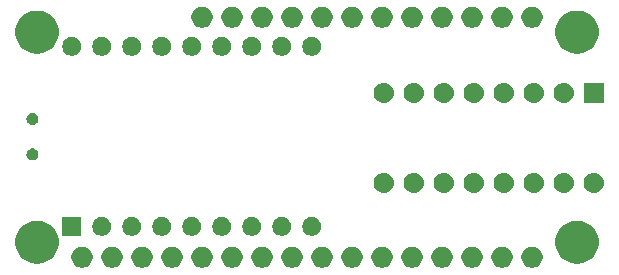
<source format=gbr>
G04 #@! TF.GenerationSoftware,KiCad,Pcbnew,(5.1.2)-1*
G04 #@! TF.CreationDate,2019-07-17T11:07:15+10:00*
G04 #@! TF.ProjectId,7seg-dip-wing,37736567-2d64-4697-902d-77696e672e6b,rev?*
G04 #@! TF.SameCoordinates,Original*
G04 #@! TF.FileFunction,Soldermask,Top*
G04 #@! TF.FilePolarity,Negative*
%FSLAX46Y46*%
G04 Gerber Fmt 4.6, Leading zero omitted, Abs format (unit mm)*
G04 Created by KiCad (PCBNEW (5.1.2)-1) date 2019-07-17 11:07:15*
%MOMM*%
%LPD*%
G04 APERTURE LIST*
%ADD10C,0.100000*%
G04 APERTURE END LIST*
D10*
G36*
X54422113Y-68318928D02*
G01*
X54571413Y-68348625D01*
X54735385Y-68416545D01*
X54882955Y-68515148D01*
X55008454Y-68640647D01*
X55107057Y-68788217D01*
X55174977Y-68952189D01*
X55209601Y-69126260D01*
X55209601Y-69303742D01*
X55174977Y-69477813D01*
X55107057Y-69641785D01*
X55008454Y-69789355D01*
X54882955Y-69914854D01*
X54735385Y-70013457D01*
X54571413Y-70081377D01*
X54422113Y-70111074D01*
X54397343Y-70116001D01*
X54219859Y-70116001D01*
X54195089Y-70111074D01*
X54045789Y-70081377D01*
X53881817Y-70013457D01*
X53734247Y-69914854D01*
X53608748Y-69789355D01*
X53510145Y-69641785D01*
X53442225Y-69477813D01*
X53407601Y-69303742D01*
X53407601Y-69126260D01*
X53442225Y-68952189D01*
X53510145Y-68788217D01*
X53608748Y-68640647D01*
X53734247Y-68515148D01*
X53881817Y-68416545D01*
X54045789Y-68348625D01*
X54195089Y-68318928D01*
X54219859Y-68314001D01*
X54397343Y-68314001D01*
X54422113Y-68318928D01*
X54422113Y-68318928D01*
G37*
G36*
X72202113Y-68318928D02*
G01*
X72351413Y-68348625D01*
X72515385Y-68416545D01*
X72662955Y-68515148D01*
X72788454Y-68640647D01*
X72887057Y-68788217D01*
X72954977Y-68952189D01*
X72989601Y-69126260D01*
X72989601Y-69303742D01*
X72954977Y-69477813D01*
X72887057Y-69641785D01*
X72788454Y-69789355D01*
X72662955Y-69914854D01*
X72515385Y-70013457D01*
X72351413Y-70081377D01*
X72202113Y-70111074D01*
X72177343Y-70116001D01*
X71999859Y-70116001D01*
X71975089Y-70111074D01*
X71825789Y-70081377D01*
X71661817Y-70013457D01*
X71514247Y-69914854D01*
X71388748Y-69789355D01*
X71290145Y-69641785D01*
X71222225Y-69477813D01*
X71187601Y-69303742D01*
X71187601Y-69126260D01*
X71222225Y-68952189D01*
X71290145Y-68788217D01*
X71388748Y-68640647D01*
X71514247Y-68515148D01*
X71661817Y-68416545D01*
X71825789Y-68348625D01*
X71975089Y-68318928D01*
X71999859Y-68314001D01*
X72177343Y-68314001D01*
X72202113Y-68318928D01*
X72202113Y-68318928D01*
G37*
G36*
X74742113Y-68318928D02*
G01*
X74891413Y-68348625D01*
X75055385Y-68416545D01*
X75202955Y-68515148D01*
X75328454Y-68640647D01*
X75427057Y-68788217D01*
X75494977Y-68952189D01*
X75529601Y-69126260D01*
X75529601Y-69303742D01*
X75494977Y-69477813D01*
X75427057Y-69641785D01*
X75328454Y-69789355D01*
X75202955Y-69914854D01*
X75055385Y-70013457D01*
X74891413Y-70081377D01*
X74742113Y-70111074D01*
X74717343Y-70116001D01*
X74539859Y-70116001D01*
X74515089Y-70111074D01*
X74365789Y-70081377D01*
X74201817Y-70013457D01*
X74054247Y-69914854D01*
X73928748Y-69789355D01*
X73830145Y-69641785D01*
X73762225Y-69477813D01*
X73727601Y-69303742D01*
X73727601Y-69126260D01*
X73762225Y-68952189D01*
X73830145Y-68788217D01*
X73928748Y-68640647D01*
X74054247Y-68515148D01*
X74201817Y-68416545D01*
X74365789Y-68348625D01*
X74515089Y-68318928D01*
X74539859Y-68314001D01*
X74717343Y-68314001D01*
X74742113Y-68318928D01*
X74742113Y-68318928D01*
G37*
G36*
X77282113Y-68318928D02*
G01*
X77431413Y-68348625D01*
X77595385Y-68416545D01*
X77742955Y-68515148D01*
X77868454Y-68640647D01*
X77967057Y-68788217D01*
X78034977Y-68952189D01*
X78069601Y-69126260D01*
X78069601Y-69303742D01*
X78034977Y-69477813D01*
X77967057Y-69641785D01*
X77868454Y-69789355D01*
X77742955Y-69914854D01*
X77595385Y-70013457D01*
X77431413Y-70081377D01*
X77282113Y-70111074D01*
X77257343Y-70116001D01*
X77079859Y-70116001D01*
X77055089Y-70111074D01*
X76905789Y-70081377D01*
X76741817Y-70013457D01*
X76594247Y-69914854D01*
X76468748Y-69789355D01*
X76370145Y-69641785D01*
X76302225Y-69477813D01*
X76267601Y-69303742D01*
X76267601Y-69126260D01*
X76302225Y-68952189D01*
X76370145Y-68788217D01*
X76468748Y-68640647D01*
X76594247Y-68515148D01*
X76741817Y-68416545D01*
X76905789Y-68348625D01*
X77055089Y-68318928D01*
X77079859Y-68314001D01*
X77257343Y-68314001D01*
X77282113Y-68318928D01*
X77282113Y-68318928D01*
G37*
G36*
X79822113Y-68318928D02*
G01*
X79971413Y-68348625D01*
X80135385Y-68416545D01*
X80282955Y-68515148D01*
X80408454Y-68640647D01*
X80507057Y-68788217D01*
X80574977Y-68952189D01*
X80609601Y-69126260D01*
X80609601Y-69303742D01*
X80574977Y-69477813D01*
X80507057Y-69641785D01*
X80408454Y-69789355D01*
X80282955Y-69914854D01*
X80135385Y-70013457D01*
X79971413Y-70081377D01*
X79822113Y-70111074D01*
X79797343Y-70116001D01*
X79619859Y-70116001D01*
X79595089Y-70111074D01*
X79445789Y-70081377D01*
X79281817Y-70013457D01*
X79134247Y-69914854D01*
X79008748Y-69789355D01*
X78910145Y-69641785D01*
X78842225Y-69477813D01*
X78807601Y-69303742D01*
X78807601Y-69126260D01*
X78842225Y-68952189D01*
X78910145Y-68788217D01*
X79008748Y-68640647D01*
X79134247Y-68515148D01*
X79281817Y-68416545D01*
X79445789Y-68348625D01*
X79595089Y-68318928D01*
X79619859Y-68314001D01*
X79797343Y-68314001D01*
X79822113Y-68318928D01*
X79822113Y-68318928D01*
G37*
G36*
X82362113Y-68318928D02*
G01*
X82511413Y-68348625D01*
X82675385Y-68416545D01*
X82822955Y-68515148D01*
X82948454Y-68640647D01*
X83047057Y-68788217D01*
X83114977Y-68952189D01*
X83149601Y-69126260D01*
X83149601Y-69303742D01*
X83114977Y-69477813D01*
X83047057Y-69641785D01*
X82948454Y-69789355D01*
X82822955Y-69914854D01*
X82675385Y-70013457D01*
X82511413Y-70081377D01*
X82362113Y-70111074D01*
X82337343Y-70116001D01*
X82159859Y-70116001D01*
X82135089Y-70111074D01*
X81985789Y-70081377D01*
X81821817Y-70013457D01*
X81674247Y-69914854D01*
X81548748Y-69789355D01*
X81450145Y-69641785D01*
X81382225Y-69477813D01*
X81347601Y-69303742D01*
X81347601Y-69126260D01*
X81382225Y-68952189D01*
X81450145Y-68788217D01*
X81548748Y-68640647D01*
X81674247Y-68515148D01*
X81821817Y-68416545D01*
X81985789Y-68348625D01*
X82135089Y-68318928D01*
X82159859Y-68314001D01*
X82337343Y-68314001D01*
X82362113Y-68318928D01*
X82362113Y-68318928D01*
G37*
G36*
X84902113Y-68318928D02*
G01*
X85051413Y-68348625D01*
X85215385Y-68416545D01*
X85362955Y-68515148D01*
X85488454Y-68640647D01*
X85587057Y-68788217D01*
X85654977Y-68952189D01*
X85689601Y-69126260D01*
X85689601Y-69303742D01*
X85654977Y-69477813D01*
X85587057Y-69641785D01*
X85488454Y-69789355D01*
X85362955Y-69914854D01*
X85215385Y-70013457D01*
X85051413Y-70081377D01*
X84902113Y-70111074D01*
X84877343Y-70116001D01*
X84699859Y-70116001D01*
X84675089Y-70111074D01*
X84525789Y-70081377D01*
X84361817Y-70013457D01*
X84214247Y-69914854D01*
X84088748Y-69789355D01*
X83990145Y-69641785D01*
X83922225Y-69477813D01*
X83887601Y-69303742D01*
X83887601Y-69126260D01*
X83922225Y-68952189D01*
X83990145Y-68788217D01*
X84088748Y-68640647D01*
X84214247Y-68515148D01*
X84361817Y-68416545D01*
X84525789Y-68348625D01*
X84675089Y-68318928D01*
X84699859Y-68314001D01*
X84877343Y-68314001D01*
X84902113Y-68318928D01*
X84902113Y-68318928D01*
G37*
G36*
X51882113Y-68318928D02*
G01*
X52031413Y-68348625D01*
X52195385Y-68416545D01*
X52342955Y-68515148D01*
X52468454Y-68640647D01*
X52567057Y-68788217D01*
X52634977Y-68952189D01*
X52669601Y-69126260D01*
X52669601Y-69303742D01*
X52634977Y-69477813D01*
X52567057Y-69641785D01*
X52468454Y-69789355D01*
X52342955Y-69914854D01*
X52195385Y-70013457D01*
X52031413Y-70081377D01*
X51882113Y-70111074D01*
X51857343Y-70116001D01*
X51679859Y-70116001D01*
X51655089Y-70111074D01*
X51505789Y-70081377D01*
X51341817Y-70013457D01*
X51194247Y-69914854D01*
X51068748Y-69789355D01*
X50970145Y-69641785D01*
X50902225Y-69477813D01*
X50867601Y-69303742D01*
X50867601Y-69126260D01*
X50902225Y-68952189D01*
X50970145Y-68788217D01*
X51068748Y-68640647D01*
X51194247Y-68515148D01*
X51341817Y-68416545D01*
X51505789Y-68348625D01*
X51655089Y-68318928D01*
X51679859Y-68314001D01*
X51857343Y-68314001D01*
X51882113Y-68318928D01*
X51882113Y-68318928D01*
G37*
G36*
X87442113Y-68318928D02*
G01*
X87591413Y-68348625D01*
X87755385Y-68416545D01*
X87902955Y-68515148D01*
X88028454Y-68640647D01*
X88127057Y-68788217D01*
X88194977Y-68952189D01*
X88229601Y-69126260D01*
X88229601Y-69303742D01*
X88194977Y-69477813D01*
X88127057Y-69641785D01*
X88028454Y-69789355D01*
X87902955Y-69914854D01*
X87755385Y-70013457D01*
X87591413Y-70081377D01*
X87442113Y-70111074D01*
X87417343Y-70116001D01*
X87239859Y-70116001D01*
X87215089Y-70111074D01*
X87065789Y-70081377D01*
X86901817Y-70013457D01*
X86754247Y-69914854D01*
X86628748Y-69789355D01*
X86530145Y-69641785D01*
X86462225Y-69477813D01*
X86427601Y-69303742D01*
X86427601Y-69126260D01*
X86462225Y-68952189D01*
X86530145Y-68788217D01*
X86628748Y-68640647D01*
X86754247Y-68515148D01*
X86901817Y-68416545D01*
X87065789Y-68348625D01*
X87215089Y-68318928D01*
X87239859Y-68314001D01*
X87417343Y-68314001D01*
X87442113Y-68318928D01*
X87442113Y-68318928D01*
G37*
G36*
X67122113Y-68318928D02*
G01*
X67271413Y-68348625D01*
X67435385Y-68416545D01*
X67582955Y-68515148D01*
X67708454Y-68640647D01*
X67807057Y-68788217D01*
X67874977Y-68952189D01*
X67909601Y-69126260D01*
X67909601Y-69303742D01*
X67874977Y-69477813D01*
X67807057Y-69641785D01*
X67708454Y-69789355D01*
X67582955Y-69914854D01*
X67435385Y-70013457D01*
X67271413Y-70081377D01*
X67122113Y-70111074D01*
X67097343Y-70116001D01*
X66919859Y-70116001D01*
X66895089Y-70111074D01*
X66745789Y-70081377D01*
X66581817Y-70013457D01*
X66434247Y-69914854D01*
X66308748Y-69789355D01*
X66210145Y-69641785D01*
X66142225Y-69477813D01*
X66107601Y-69303742D01*
X66107601Y-69126260D01*
X66142225Y-68952189D01*
X66210145Y-68788217D01*
X66308748Y-68640647D01*
X66434247Y-68515148D01*
X66581817Y-68416545D01*
X66745789Y-68348625D01*
X66895089Y-68318928D01*
X66919859Y-68314001D01*
X67097343Y-68314001D01*
X67122113Y-68318928D01*
X67122113Y-68318928D01*
G37*
G36*
X64582113Y-68318928D02*
G01*
X64731413Y-68348625D01*
X64895385Y-68416545D01*
X65042955Y-68515148D01*
X65168454Y-68640647D01*
X65267057Y-68788217D01*
X65334977Y-68952189D01*
X65369601Y-69126260D01*
X65369601Y-69303742D01*
X65334977Y-69477813D01*
X65267057Y-69641785D01*
X65168454Y-69789355D01*
X65042955Y-69914854D01*
X64895385Y-70013457D01*
X64731413Y-70081377D01*
X64582113Y-70111074D01*
X64557343Y-70116001D01*
X64379859Y-70116001D01*
X64355089Y-70111074D01*
X64205789Y-70081377D01*
X64041817Y-70013457D01*
X63894247Y-69914854D01*
X63768748Y-69789355D01*
X63670145Y-69641785D01*
X63602225Y-69477813D01*
X63567601Y-69303742D01*
X63567601Y-69126260D01*
X63602225Y-68952189D01*
X63670145Y-68788217D01*
X63768748Y-68640647D01*
X63894247Y-68515148D01*
X64041817Y-68416545D01*
X64205789Y-68348625D01*
X64355089Y-68318928D01*
X64379859Y-68314001D01*
X64557343Y-68314001D01*
X64582113Y-68318928D01*
X64582113Y-68318928D01*
G37*
G36*
X62042113Y-68318928D02*
G01*
X62191413Y-68348625D01*
X62355385Y-68416545D01*
X62502955Y-68515148D01*
X62628454Y-68640647D01*
X62727057Y-68788217D01*
X62794977Y-68952189D01*
X62829601Y-69126260D01*
X62829601Y-69303742D01*
X62794977Y-69477813D01*
X62727057Y-69641785D01*
X62628454Y-69789355D01*
X62502955Y-69914854D01*
X62355385Y-70013457D01*
X62191413Y-70081377D01*
X62042113Y-70111074D01*
X62017343Y-70116001D01*
X61839859Y-70116001D01*
X61815089Y-70111074D01*
X61665789Y-70081377D01*
X61501817Y-70013457D01*
X61354247Y-69914854D01*
X61228748Y-69789355D01*
X61130145Y-69641785D01*
X61062225Y-69477813D01*
X61027601Y-69303742D01*
X61027601Y-69126260D01*
X61062225Y-68952189D01*
X61130145Y-68788217D01*
X61228748Y-68640647D01*
X61354247Y-68515148D01*
X61501817Y-68416545D01*
X61665789Y-68348625D01*
X61815089Y-68318928D01*
X61839859Y-68314001D01*
X62017343Y-68314001D01*
X62042113Y-68318928D01*
X62042113Y-68318928D01*
G37*
G36*
X59502113Y-68318928D02*
G01*
X59651413Y-68348625D01*
X59815385Y-68416545D01*
X59962955Y-68515148D01*
X60088454Y-68640647D01*
X60187057Y-68788217D01*
X60254977Y-68952189D01*
X60289601Y-69126260D01*
X60289601Y-69303742D01*
X60254977Y-69477813D01*
X60187057Y-69641785D01*
X60088454Y-69789355D01*
X59962955Y-69914854D01*
X59815385Y-70013457D01*
X59651413Y-70081377D01*
X59502113Y-70111074D01*
X59477343Y-70116001D01*
X59299859Y-70116001D01*
X59275089Y-70111074D01*
X59125789Y-70081377D01*
X58961817Y-70013457D01*
X58814247Y-69914854D01*
X58688748Y-69789355D01*
X58590145Y-69641785D01*
X58522225Y-69477813D01*
X58487601Y-69303742D01*
X58487601Y-69126260D01*
X58522225Y-68952189D01*
X58590145Y-68788217D01*
X58688748Y-68640647D01*
X58814247Y-68515148D01*
X58961817Y-68416545D01*
X59125789Y-68348625D01*
X59275089Y-68318928D01*
X59299859Y-68314001D01*
X59477343Y-68314001D01*
X59502113Y-68318928D01*
X59502113Y-68318928D01*
G37*
G36*
X56962113Y-68318928D02*
G01*
X57111413Y-68348625D01*
X57275385Y-68416545D01*
X57422955Y-68515148D01*
X57548454Y-68640647D01*
X57647057Y-68788217D01*
X57714977Y-68952189D01*
X57749601Y-69126260D01*
X57749601Y-69303742D01*
X57714977Y-69477813D01*
X57647057Y-69641785D01*
X57548454Y-69789355D01*
X57422955Y-69914854D01*
X57275385Y-70013457D01*
X57111413Y-70081377D01*
X56962113Y-70111074D01*
X56937343Y-70116001D01*
X56759859Y-70116001D01*
X56735089Y-70111074D01*
X56585789Y-70081377D01*
X56421817Y-70013457D01*
X56274247Y-69914854D01*
X56148748Y-69789355D01*
X56050145Y-69641785D01*
X55982225Y-69477813D01*
X55947601Y-69303742D01*
X55947601Y-69126260D01*
X55982225Y-68952189D01*
X56050145Y-68788217D01*
X56148748Y-68640647D01*
X56274247Y-68515148D01*
X56421817Y-68416545D01*
X56585789Y-68348625D01*
X56735089Y-68318928D01*
X56759859Y-68314001D01*
X56937343Y-68314001D01*
X56962113Y-68318928D01*
X56962113Y-68318928D01*
G37*
G36*
X89982113Y-68318928D02*
G01*
X90131413Y-68348625D01*
X90295385Y-68416545D01*
X90442955Y-68515148D01*
X90568454Y-68640647D01*
X90667057Y-68788217D01*
X90734977Y-68952189D01*
X90769601Y-69126260D01*
X90769601Y-69303742D01*
X90734977Y-69477813D01*
X90667057Y-69641785D01*
X90568454Y-69789355D01*
X90442955Y-69914854D01*
X90295385Y-70013457D01*
X90131413Y-70081377D01*
X89982113Y-70111074D01*
X89957343Y-70116001D01*
X89779859Y-70116001D01*
X89755089Y-70111074D01*
X89605789Y-70081377D01*
X89441817Y-70013457D01*
X89294247Y-69914854D01*
X89168748Y-69789355D01*
X89070145Y-69641785D01*
X89002225Y-69477813D01*
X88967601Y-69303742D01*
X88967601Y-69126260D01*
X89002225Y-68952189D01*
X89070145Y-68788217D01*
X89168748Y-68640647D01*
X89294247Y-68515148D01*
X89441817Y-68416545D01*
X89605789Y-68348625D01*
X89755089Y-68318928D01*
X89779859Y-68314001D01*
X89957343Y-68314001D01*
X89982113Y-68318928D01*
X89982113Y-68318928D01*
G37*
G36*
X69662113Y-68318928D02*
G01*
X69811413Y-68348625D01*
X69975385Y-68416545D01*
X70122955Y-68515148D01*
X70248454Y-68640647D01*
X70347057Y-68788217D01*
X70414977Y-68952189D01*
X70449601Y-69126260D01*
X70449601Y-69303742D01*
X70414977Y-69477813D01*
X70347057Y-69641785D01*
X70248454Y-69789355D01*
X70122955Y-69914854D01*
X69975385Y-70013457D01*
X69811413Y-70081377D01*
X69662113Y-70111074D01*
X69637343Y-70116001D01*
X69459859Y-70116001D01*
X69435089Y-70111074D01*
X69285789Y-70081377D01*
X69121817Y-70013457D01*
X68974247Y-69914854D01*
X68848748Y-69789355D01*
X68750145Y-69641785D01*
X68682225Y-69477813D01*
X68647601Y-69303742D01*
X68647601Y-69126260D01*
X68682225Y-68952189D01*
X68750145Y-68788217D01*
X68848748Y-68640647D01*
X68974247Y-68515148D01*
X69121817Y-68416545D01*
X69285789Y-68348625D01*
X69435089Y-68318928D01*
X69459859Y-68314001D01*
X69637343Y-68314001D01*
X69662113Y-68318928D01*
X69662113Y-68318928D01*
G37*
G36*
X48315421Y-66151144D02*
G01*
X48492101Y-66186288D01*
X48574903Y-66220586D01*
X48824956Y-66324161D01*
X48888108Y-66366358D01*
X49124521Y-66524324D01*
X49379278Y-66779081D01*
X49379279Y-66779083D01*
X49579441Y-67078646D01*
X49717314Y-67411502D01*
X49787601Y-67764859D01*
X49787601Y-68125143D01*
X49717314Y-68478500D01*
X49579441Y-68811356D01*
X49579440Y-68811357D01*
X49379278Y-69110921D01*
X49124521Y-69365678D01*
X48973721Y-69466439D01*
X48824956Y-69565841D01*
X48641615Y-69641783D01*
X48492101Y-69703714D01*
X48315422Y-69738857D01*
X48138743Y-69774001D01*
X47778459Y-69774001D01*
X47601780Y-69738857D01*
X47425101Y-69703714D01*
X47275587Y-69641783D01*
X47092246Y-69565841D01*
X46943481Y-69466439D01*
X46792681Y-69365678D01*
X46537924Y-69110921D01*
X46337762Y-68811357D01*
X46337761Y-68811356D01*
X46199888Y-68478500D01*
X46129601Y-68125143D01*
X46129601Y-67764859D01*
X46199888Y-67411502D01*
X46337761Y-67078646D01*
X46537923Y-66779083D01*
X46537924Y-66779081D01*
X46792681Y-66524324D01*
X47029094Y-66366358D01*
X47092246Y-66324161D01*
X47342299Y-66220586D01*
X47425101Y-66186288D01*
X47601781Y-66151144D01*
X47778459Y-66116001D01*
X48138743Y-66116001D01*
X48315421Y-66151144D01*
X48315421Y-66151144D01*
G37*
G36*
X94035421Y-66151144D02*
G01*
X94212101Y-66186288D01*
X94294903Y-66220586D01*
X94544956Y-66324161D01*
X94608108Y-66366358D01*
X94844521Y-66524324D01*
X95099278Y-66779081D01*
X95099279Y-66779083D01*
X95299441Y-67078646D01*
X95437314Y-67411502D01*
X95507601Y-67764859D01*
X95507601Y-68125143D01*
X95437314Y-68478500D01*
X95299441Y-68811356D01*
X95299440Y-68811357D01*
X95099278Y-69110921D01*
X94844521Y-69365678D01*
X94693721Y-69466439D01*
X94544956Y-69565841D01*
X94361615Y-69641783D01*
X94212101Y-69703714D01*
X94035422Y-69738857D01*
X93858743Y-69774001D01*
X93498459Y-69774001D01*
X93321780Y-69738857D01*
X93145101Y-69703714D01*
X92995587Y-69641783D01*
X92812246Y-69565841D01*
X92663481Y-69466439D01*
X92512681Y-69365678D01*
X92257924Y-69110921D01*
X92057762Y-68811357D01*
X92057761Y-68811356D01*
X91919888Y-68478500D01*
X91849601Y-68125143D01*
X91849601Y-67764859D01*
X91919888Y-67411502D01*
X92057761Y-67078646D01*
X92257923Y-66779083D01*
X92257924Y-66779081D01*
X92512681Y-66524324D01*
X92749094Y-66366358D01*
X92812246Y-66324161D01*
X93062299Y-66220586D01*
X93145101Y-66186288D01*
X93321781Y-66151144D01*
X93498459Y-66116001D01*
X93858743Y-66116001D01*
X94035421Y-66151144D01*
X94035421Y-66151144D01*
G37*
G36*
X51701000Y-67401000D02*
G01*
X50099000Y-67401000D01*
X50099000Y-65799000D01*
X51701000Y-65799000D01*
X51701000Y-67401000D01*
X51701000Y-67401000D01*
G37*
G36*
X66373642Y-65829781D02*
G01*
X66519414Y-65890162D01*
X66519416Y-65890163D01*
X66650608Y-65977822D01*
X66762178Y-66089392D01*
X66779957Y-66116001D01*
X66849838Y-66220586D01*
X66910219Y-66366358D01*
X66941000Y-66521107D01*
X66941000Y-66678893D01*
X66910219Y-66833642D01*
X66849838Y-66979414D01*
X66849837Y-66979416D01*
X66762178Y-67110608D01*
X66650608Y-67222178D01*
X66519416Y-67309837D01*
X66519415Y-67309838D01*
X66519414Y-67309838D01*
X66373642Y-67370219D01*
X66218893Y-67401000D01*
X66061107Y-67401000D01*
X65906358Y-67370219D01*
X65760586Y-67309838D01*
X65760585Y-67309838D01*
X65760584Y-67309837D01*
X65629392Y-67222178D01*
X65517822Y-67110608D01*
X65430163Y-66979416D01*
X65430162Y-66979414D01*
X65369781Y-66833642D01*
X65339000Y-66678893D01*
X65339000Y-66521107D01*
X65369781Y-66366358D01*
X65430162Y-66220586D01*
X65500043Y-66116001D01*
X65517822Y-66089392D01*
X65629392Y-65977822D01*
X65760584Y-65890163D01*
X65760586Y-65890162D01*
X65906358Y-65829781D01*
X66061107Y-65799000D01*
X66218893Y-65799000D01*
X66373642Y-65829781D01*
X66373642Y-65829781D01*
G37*
G36*
X63833642Y-65829781D02*
G01*
X63979414Y-65890162D01*
X63979416Y-65890163D01*
X64110608Y-65977822D01*
X64222178Y-66089392D01*
X64239957Y-66116001D01*
X64309838Y-66220586D01*
X64370219Y-66366358D01*
X64401000Y-66521107D01*
X64401000Y-66678893D01*
X64370219Y-66833642D01*
X64309838Y-66979414D01*
X64309837Y-66979416D01*
X64222178Y-67110608D01*
X64110608Y-67222178D01*
X63979416Y-67309837D01*
X63979415Y-67309838D01*
X63979414Y-67309838D01*
X63833642Y-67370219D01*
X63678893Y-67401000D01*
X63521107Y-67401000D01*
X63366358Y-67370219D01*
X63220586Y-67309838D01*
X63220585Y-67309838D01*
X63220584Y-67309837D01*
X63089392Y-67222178D01*
X62977822Y-67110608D01*
X62890163Y-66979416D01*
X62890162Y-66979414D01*
X62829781Y-66833642D01*
X62799000Y-66678893D01*
X62799000Y-66521107D01*
X62829781Y-66366358D01*
X62890162Y-66220586D01*
X62960043Y-66116001D01*
X62977822Y-66089392D01*
X63089392Y-65977822D01*
X63220584Y-65890163D01*
X63220586Y-65890162D01*
X63366358Y-65829781D01*
X63521107Y-65799000D01*
X63678893Y-65799000D01*
X63833642Y-65829781D01*
X63833642Y-65829781D01*
G37*
G36*
X61293642Y-65829781D02*
G01*
X61439414Y-65890162D01*
X61439416Y-65890163D01*
X61570608Y-65977822D01*
X61682178Y-66089392D01*
X61699957Y-66116001D01*
X61769838Y-66220586D01*
X61830219Y-66366358D01*
X61861000Y-66521107D01*
X61861000Y-66678893D01*
X61830219Y-66833642D01*
X61769838Y-66979414D01*
X61769837Y-66979416D01*
X61682178Y-67110608D01*
X61570608Y-67222178D01*
X61439416Y-67309837D01*
X61439415Y-67309838D01*
X61439414Y-67309838D01*
X61293642Y-67370219D01*
X61138893Y-67401000D01*
X60981107Y-67401000D01*
X60826358Y-67370219D01*
X60680586Y-67309838D01*
X60680585Y-67309838D01*
X60680584Y-67309837D01*
X60549392Y-67222178D01*
X60437822Y-67110608D01*
X60350163Y-66979416D01*
X60350162Y-66979414D01*
X60289781Y-66833642D01*
X60259000Y-66678893D01*
X60259000Y-66521107D01*
X60289781Y-66366358D01*
X60350162Y-66220586D01*
X60420043Y-66116001D01*
X60437822Y-66089392D01*
X60549392Y-65977822D01*
X60680584Y-65890163D01*
X60680586Y-65890162D01*
X60826358Y-65829781D01*
X60981107Y-65799000D01*
X61138893Y-65799000D01*
X61293642Y-65829781D01*
X61293642Y-65829781D01*
G37*
G36*
X58753642Y-65829781D02*
G01*
X58899414Y-65890162D01*
X58899416Y-65890163D01*
X59030608Y-65977822D01*
X59142178Y-66089392D01*
X59159957Y-66116001D01*
X59229838Y-66220586D01*
X59290219Y-66366358D01*
X59321000Y-66521107D01*
X59321000Y-66678893D01*
X59290219Y-66833642D01*
X59229838Y-66979414D01*
X59229837Y-66979416D01*
X59142178Y-67110608D01*
X59030608Y-67222178D01*
X58899416Y-67309837D01*
X58899415Y-67309838D01*
X58899414Y-67309838D01*
X58753642Y-67370219D01*
X58598893Y-67401000D01*
X58441107Y-67401000D01*
X58286358Y-67370219D01*
X58140586Y-67309838D01*
X58140585Y-67309838D01*
X58140584Y-67309837D01*
X58009392Y-67222178D01*
X57897822Y-67110608D01*
X57810163Y-66979416D01*
X57810162Y-66979414D01*
X57749781Y-66833642D01*
X57719000Y-66678893D01*
X57719000Y-66521107D01*
X57749781Y-66366358D01*
X57810162Y-66220586D01*
X57880043Y-66116001D01*
X57897822Y-66089392D01*
X58009392Y-65977822D01*
X58140584Y-65890163D01*
X58140586Y-65890162D01*
X58286358Y-65829781D01*
X58441107Y-65799000D01*
X58598893Y-65799000D01*
X58753642Y-65829781D01*
X58753642Y-65829781D01*
G37*
G36*
X56213642Y-65829781D02*
G01*
X56359414Y-65890162D01*
X56359416Y-65890163D01*
X56490608Y-65977822D01*
X56602178Y-66089392D01*
X56619957Y-66116001D01*
X56689838Y-66220586D01*
X56750219Y-66366358D01*
X56781000Y-66521107D01*
X56781000Y-66678893D01*
X56750219Y-66833642D01*
X56689838Y-66979414D01*
X56689837Y-66979416D01*
X56602178Y-67110608D01*
X56490608Y-67222178D01*
X56359416Y-67309837D01*
X56359415Y-67309838D01*
X56359414Y-67309838D01*
X56213642Y-67370219D01*
X56058893Y-67401000D01*
X55901107Y-67401000D01*
X55746358Y-67370219D01*
X55600586Y-67309838D01*
X55600585Y-67309838D01*
X55600584Y-67309837D01*
X55469392Y-67222178D01*
X55357822Y-67110608D01*
X55270163Y-66979416D01*
X55270162Y-66979414D01*
X55209781Y-66833642D01*
X55179000Y-66678893D01*
X55179000Y-66521107D01*
X55209781Y-66366358D01*
X55270162Y-66220586D01*
X55340043Y-66116001D01*
X55357822Y-66089392D01*
X55469392Y-65977822D01*
X55600584Y-65890163D01*
X55600586Y-65890162D01*
X55746358Y-65829781D01*
X55901107Y-65799000D01*
X56058893Y-65799000D01*
X56213642Y-65829781D01*
X56213642Y-65829781D01*
G37*
G36*
X53673642Y-65829781D02*
G01*
X53819414Y-65890162D01*
X53819416Y-65890163D01*
X53950608Y-65977822D01*
X54062178Y-66089392D01*
X54079957Y-66116001D01*
X54149838Y-66220586D01*
X54210219Y-66366358D01*
X54241000Y-66521107D01*
X54241000Y-66678893D01*
X54210219Y-66833642D01*
X54149838Y-66979414D01*
X54149837Y-66979416D01*
X54062178Y-67110608D01*
X53950608Y-67222178D01*
X53819416Y-67309837D01*
X53819415Y-67309838D01*
X53819414Y-67309838D01*
X53673642Y-67370219D01*
X53518893Y-67401000D01*
X53361107Y-67401000D01*
X53206358Y-67370219D01*
X53060586Y-67309838D01*
X53060585Y-67309838D01*
X53060584Y-67309837D01*
X52929392Y-67222178D01*
X52817822Y-67110608D01*
X52730163Y-66979416D01*
X52730162Y-66979414D01*
X52669781Y-66833642D01*
X52639000Y-66678893D01*
X52639000Y-66521107D01*
X52669781Y-66366358D01*
X52730162Y-66220586D01*
X52800043Y-66116001D01*
X52817822Y-66089392D01*
X52929392Y-65977822D01*
X53060584Y-65890163D01*
X53060586Y-65890162D01*
X53206358Y-65829781D01*
X53361107Y-65799000D01*
X53518893Y-65799000D01*
X53673642Y-65829781D01*
X53673642Y-65829781D01*
G37*
G36*
X68913642Y-65829781D02*
G01*
X69059414Y-65890162D01*
X69059416Y-65890163D01*
X69190608Y-65977822D01*
X69302178Y-66089392D01*
X69319957Y-66116001D01*
X69389838Y-66220586D01*
X69450219Y-66366358D01*
X69481000Y-66521107D01*
X69481000Y-66678893D01*
X69450219Y-66833642D01*
X69389838Y-66979414D01*
X69389837Y-66979416D01*
X69302178Y-67110608D01*
X69190608Y-67222178D01*
X69059416Y-67309837D01*
X69059415Y-67309838D01*
X69059414Y-67309838D01*
X68913642Y-67370219D01*
X68758893Y-67401000D01*
X68601107Y-67401000D01*
X68446358Y-67370219D01*
X68300586Y-67309838D01*
X68300585Y-67309838D01*
X68300584Y-67309837D01*
X68169392Y-67222178D01*
X68057822Y-67110608D01*
X67970163Y-66979416D01*
X67970162Y-66979414D01*
X67909781Y-66833642D01*
X67879000Y-66678893D01*
X67879000Y-66521107D01*
X67909781Y-66366358D01*
X67970162Y-66220586D01*
X68040043Y-66116001D01*
X68057822Y-66089392D01*
X68169392Y-65977822D01*
X68300584Y-65890163D01*
X68300586Y-65890162D01*
X68446358Y-65829781D01*
X68601107Y-65799000D01*
X68758893Y-65799000D01*
X68913642Y-65829781D01*
X68913642Y-65829781D01*
G37*
G36*
X71453642Y-65829781D02*
G01*
X71599414Y-65890162D01*
X71599416Y-65890163D01*
X71730608Y-65977822D01*
X71842178Y-66089392D01*
X71859957Y-66116001D01*
X71929838Y-66220586D01*
X71990219Y-66366358D01*
X72021000Y-66521107D01*
X72021000Y-66678893D01*
X71990219Y-66833642D01*
X71929838Y-66979414D01*
X71929837Y-66979416D01*
X71842178Y-67110608D01*
X71730608Y-67222178D01*
X71599416Y-67309837D01*
X71599415Y-67309838D01*
X71599414Y-67309838D01*
X71453642Y-67370219D01*
X71298893Y-67401000D01*
X71141107Y-67401000D01*
X70986358Y-67370219D01*
X70840586Y-67309838D01*
X70840585Y-67309838D01*
X70840584Y-67309837D01*
X70709392Y-67222178D01*
X70597822Y-67110608D01*
X70510163Y-66979416D01*
X70510162Y-66979414D01*
X70449781Y-66833642D01*
X70419000Y-66678893D01*
X70419000Y-66521107D01*
X70449781Y-66366358D01*
X70510162Y-66220586D01*
X70580043Y-66116001D01*
X70597822Y-66089392D01*
X70709392Y-65977822D01*
X70840584Y-65890163D01*
X70840586Y-65890162D01*
X70986358Y-65829781D01*
X71141107Y-65799000D01*
X71298893Y-65799000D01*
X71453642Y-65829781D01*
X71453642Y-65829781D01*
G37*
G36*
X80026823Y-62081313D02*
G01*
X80187242Y-62129976D01*
X80319906Y-62200886D01*
X80335078Y-62208996D01*
X80464659Y-62315341D01*
X80571004Y-62444922D01*
X80571005Y-62444924D01*
X80650024Y-62592758D01*
X80698687Y-62753177D01*
X80715117Y-62920000D01*
X80698687Y-63086823D01*
X80650024Y-63247242D01*
X80579114Y-63379906D01*
X80571004Y-63395078D01*
X80464659Y-63524659D01*
X80335078Y-63631004D01*
X80335076Y-63631005D01*
X80187242Y-63710024D01*
X80026823Y-63758687D01*
X79901804Y-63771000D01*
X79818196Y-63771000D01*
X79693177Y-63758687D01*
X79532758Y-63710024D01*
X79384924Y-63631005D01*
X79384922Y-63631004D01*
X79255341Y-63524659D01*
X79148996Y-63395078D01*
X79140886Y-63379906D01*
X79069976Y-63247242D01*
X79021313Y-63086823D01*
X79004883Y-62920000D01*
X79021313Y-62753177D01*
X79069976Y-62592758D01*
X79148995Y-62444924D01*
X79148996Y-62444922D01*
X79255341Y-62315341D01*
X79384922Y-62208996D01*
X79400094Y-62200886D01*
X79532758Y-62129976D01*
X79693177Y-62081313D01*
X79818196Y-62069000D01*
X79901804Y-62069000D01*
X80026823Y-62081313D01*
X80026823Y-62081313D01*
G37*
G36*
X82566823Y-62081313D02*
G01*
X82727242Y-62129976D01*
X82859906Y-62200886D01*
X82875078Y-62208996D01*
X83004659Y-62315341D01*
X83111004Y-62444922D01*
X83111005Y-62444924D01*
X83190024Y-62592758D01*
X83238687Y-62753177D01*
X83255117Y-62920000D01*
X83238687Y-63086823D01*
X83190024Y-63247242D01*
X83119114Y-63379906D01*
X83111004Y-63395078D01*
X83004659Y-63524659D01*
X82875078Y-63631004D01*
X82875076Y-63631005D01*
X82727242Y-63710024D01*
X82566823Y-63758687D01*
X82441804Y-63771000D01*
X82358196Y-63771000D01*
X82233177Y-63758687D01*
X82072758Y-63710024D01*
X81924924Y-63631005D01*
X81924922Y-63631004D01*
X81795341Y-63524659D01*
X81688996Y-63395078D01*
X81680886Y-63379906D01*
X81609976Y-63247242D01*
X81561313Y-63086823D01*
X81544883Y-62920000D01*
X81561313Y-62753177D01*
X81609976Y-62592758D01*
X81688995Y-62444924D01*
X81688996Y-62444922D01*
X81795341Y-62315341D01*
X81924922Y-62208996D01*
X81940094Y-62200886D01*
X82072758Y-62129976D01*
X82233177Y-62081313D01*
X82358196Y-62069000D01*
X82441804Y-62069000D01*
X82566823Y-62081313D01*
X82566823Y-62081313D01*
G37*
G36*
X85106823Y-62081313D02*
G01*
X85267242Y-62129976D01*
X85399906Y-62200886D01*
X85415078Y-62208996D01*
X85544659Y-62315341D01*
X85651004Y-62444922D01*
X85651005Y-62444924D01*
X85730024Y-62592758D01*
X85778687Y-62753177D01*
X85795117Y-62920000D01*
X85778687Y-63086823D01*
X85730024Y-63247242D01*
X85659114Y-63379906D01*
X85651004Y-63395078D01*
X85544659Y-63524659D01*
X85415078Y-63631004D01*
X85415076Y-63631005D01*
X85267242Y-63710024D01*
X85106823Y-63758687D01*
X84981804Y-63771000D01*
X84898196Y-63771000D01*
X84773177Y-63758687D01*
X84612758Y-63710024D01*
X84464924Y-63631005D01*
X84464922Y-63631004D01*
X84335341Y-63524659D01*
X84228996Y-63395078D01*
X84220886Y-63379906D01*
X84149976Y-63247242D01*
X84101313Y-63086823D01*
X84084883Y-62920000D01*
X84101313Y-62753177D01*
X84149976Y-62592758D01*
X84228995Y-62444924D01*
X84228996Y-62444922D01*
X84335341Y-62315341D01*
X84464922Y-62208996D01*
X84480094Y-62200886D01*
X84612758Y-62129976D01*
X84773177Y-62081313D01*
X84898196Y-62069000D01*
X84981804Y-62069000D01*
X85106823Y-62081313D01*
X85106823Y-62081313D01*
G37*
G36*
X87646823Y-62081313D02*
G01*
X87807242Y-62129976D01*
X87939906Y-62200886D01*
X87955078Y-62208996D01*
X88084659Y-62315341D01*
X88191004Y-62444922D01*
X88191005Y-62444924D01*
X88270024Y-62592758D01*
X88318687Y-62753177D01*
X88335117Y-62920000D01*
X88318687Y-63086823D01*
X88270024Y-63247242D01*
X88199114Y-63379906D01*
X88191004Y-63395078D01*
X88084659Y-63524659D01*
X87955078Y-63631004D01*
X87955076Y-63631005D01*
X87807242Y-63710024D01*
X87646823Y-63758687D01*
X87521804Y-63771000D01*
X87438196Y-63771000D01*
X87313177Y-63758687D01*
X87152758Y-63710024D01*
X87004924Y-63631005D01*
X87004922Y-63631004D01*
X86875341Y-63524659D01*
X86768996Y-63395078D01*
X86760886Y-63379906D01*
X86689976Y-63247242D01*
X86641313Y-63086823D01*
X86624883Y-62920000D01*
X86641313Y-62753177D01*
X86689976Y-62592758D01*
X86768995Y-62444924D01*
X86768996Y-62444922D01*
X86875341Y-62315341D01*
X87004922Y-62208996D01*
X87020094Y-62200886D01*
X87152758Y-62129976D01*
X87313177Y-62081313D01*
X87438196Y-62069000D01*
X87521804Y-62069000D01*
X87646823Y-62081313D01*
X87646823Y-62081313D01*
G37*
G36*
X92726823Y-62081313D02*
G01*
X92887242Y-62129976D01*
X93019906Y-62200886D01*
X93035078Y-62208996D01*
X93164659Y-62315341D01*
X93271004Y-62444922D01*
X93271005Y-62444924D01*
X93350024Y-62592758D01*
X93398687Y-62753177D01*
X93415117Y-62920000D01*
X93398687Y-63086823D01*
X93350024Y-63247242D01*
X93279114Y-63379906D01*
X93271004Y-63395078D01*
X93164659Y-63524659D01*
X93035078Y-63631004D01*
X93035076Y-63631005D01*
X92887242Y-63710024D01*
X92726823Y-63758687D01*
X92601804Y-63771000D01*
X92518196Y-63771000D01*
X92393177Y-63758687D01*
X92232758Y-63710024D01*
X92084924Y-63631005D01*
X92084922Y-63631004D01*
X91955341Y-63524659D01*
X91848996Y-63395078D01*
X91840886Y-63379906D01*
X91769976Y-63247242D01*
X91721313Y-63086823D01*
X91704883Y-62920000D01*
X91721313Y-62753177D01*
X91769976Y-62592758D01*
X91848995Y-62444924D01*
X91848996Y-62444922D01*
X91955341Y-62315341D01*
X92084922Y-62208996D01*
X92100094Y-62200886D01*
X92232758Y-62129976D01*
X92393177Y-62081313D01*
X92518196Y-62069000D01*
X92601804Y-62069000D01*
X92726823Y-62081313D01*
X92726823Y-62081313D01*
G37*
G36*
X90186823Y-62081313D02*
G01*
X90347242Y-62129976D01*
X90479906Y-62200886D01*
X90495078Y-62208996D01*
X90624659Y-62315341D01*
X90731004Y-62444922D01*
X90731005Y-62444924D01*
X90810024Y-62592758D01*
X90858687Y-62753177D01*
X90875117Y-62920000D01*
X90858687Y-63086823D01*
X90810024Y-63247242D01*
X90739114Y-63379906D01*
X90731004Y-63395078D01*
X90624659Y-63524659D01*
X90495078Y-63631004D01*
X90495076Y-63631005D01*
X90347242Y-63710024D01*
X90186823Y-63758687D01*
X90061804Y-63771000D01*
X89978196Y-63771000D01*
X89853177Y-63758687D01*
X89692758Y-63710024D01*
X89544924Y-63631005D01*
X89544922Y-63631004D01*
X89415341Y-63524659D01*
X89308996Y-63395078D01*
X89300886Y-63379906D01*
X89229976Y-63247242D01*
X89181313Y-63086823D01*
X89164883Y-62920000D01*
X89181313Y-62753177D01*
X89229976Y-62592758D01*
X89308995Y-62444924D01*
X89308996Y-62444922D01*
X89415341Y-62315341D01*
X89544922Y-62208996D01*
X89560094Y-62200886D01*
X89692758Y-62129976D01*
X89853177Y-62081313D01*
X89978196Y-62069000D01*
X90061804Y-62069000D01*
X90186823Y-62081313D01*
X90186823Y-62081313D01*
G37*
G36*
X95266823Y-62081313D02*
G01*
X95427242Y-62129976D01*
X95559906Y-62200886D01*
X95575078Y-62208996D01*
X95704659Y-62315341D01*
X95811004Y-62444922D01*
X95811005Y-62444924D01*
X95890024Y-62592758D01*
X95938687Y-62753177D01*
X95955117Y-62920000D01*
X95938687Y-63086823D01*
X95890024Y-63247242D01*
X95819114Y-63379906D01*
X95811004Y-63395078D01*
X95704659Y-63524659D01*
X95575078Y-63631004D01*
X95575076Y-63631005D01*
X95427242Y-63710024D01*
X95266823Y-63758687D01*
X95141804Y-63771000D01*
X95058196Y-63771000D01*
X94933177Y-63758687D01*
X94772758Y-63710024D01*
X94624924Y-63631005D01*
X94624922Y-63631004D01*
X94495341Y-63524659D01*
X94388996Y-63395078D01*
X94380886Y-63379906D01*
X94309976Y-63247242D01*
X94261313Y-63086823D01*
X94244883Y-62920000D01*
X94261313Y-62753177D01*
X94309976Y-62592758D01*
X94388995Y-62444924D01*
X94388996Y-62444922D01*
X94495341Y-62315341D01*
X94624922Y-62208996D01*
X94640094Y-62200886D01*
X94772758Y-62129976D01*
X94933177Y-62081313D01*
X95058196Y-62069000D01*
X95141804Y-62069000D01*
X95266823Y-62081313D01*
X95266823Y-62081313D01*
G37*
G36*
X77486823Y-62081313D02*
G01*
X77647242Y-62129976D01*
X77779906Y-62200886D01*
X77795078Y-62208996D01*
X77924659Y-62315341D01*
X78031004Y-62444922D01*
X78031005Y-62444924D01*
X78110024Y-62592758D01*
X78158687Y-62753177D01*
X78175117Y-62920000D01*
X78158687Y-63086823D01*
X78110024Y-63247242D01*
X78039114Y-63379906D01*
X78031004Y-63395078D01*
X77924659Y-63524659D01*
X77795078Y-63631004D01*
X77795076Y-63631005D01*
X77647242Y-63710024D01*
X77486823Y-63758687D01*
X77361804Y-63771000D01*
X77278196Y-63771000D01*
X77153177Y-63758687D01*
X76992758Y-63710024D01*
X76844924Y-63631005D01*
X76844922Y-63631004D01*
X76715341Y-63524659D01*
X76608996Y-63395078D01*
X76600886Y-63379906D01*
X76529976Y-63247242D01*
X76481313Y-63086823D01*
X76464883Y-62920000D01*
X76481313Y-62753177D01*
X76529976Y-62592758D01*
X76608995Y-62444924D01*
X76608996Y-62444922D01*
X76715341Y-62315341D01*
X76844922Y-62208996D01*
X76860094Y-62200886D01*
X76992758Y-62129976D01*
X77153177Y-62081313D01*
X77278196Y-62069000D01*
X77361804Y-62069000D01*
X77486823Y-62081313D01*
X77486823Y-62081313D01*
G37*
G36*
X47667740Y-60008626D02*
G01*
X47716136Y-60018253D01*
X47753902Y-60033896D01*
X47807311Y-60056019D01*
X47807312Y-60056020D01*
X47889369Y-60110848D01*
X47959152Y-60180631D01*
X47959153Y-60180633D01*
X48013981Y-60262689D01*
X48051747Y-60353865D01*
X48071000Y-60450655D01*
X48071000Y-60549345D01*
X48051747Y-60646135D01*
X48013981Y-60737311D01*
X48013980Y-60737312D01*
X47959152Y-60819369D01*
X47889369Y-60889152D01*
X47848062Y-60916752D01*
X47807311Y-60943981D01*
X47753902Y-60966104D01*
X47716136Y-60981747D01*
X47667740Y-60991373D01*
X47619345Y-61001000D01*
X47520655Y-61001000D01*
X47472260Y-60991373D01*
X47423864Y-60981747D01*
X47386098Y-60966104D01*
X47332689Y-60943981D01*
X47291938Y-60916752D01*
X47250631Y-60889152D01*
X47180848Y-60819369D01*
X47126020Y-60737312D01*
X47126019Y-60737311D01*
X47088253Y-60646135D01*
X47069000Y-60549345D01*
X47069000Y-60450655D01*
X47088253Y-60353865D01*
X47126019Y-60262689D01*
X47180847Y-60180633D01*
X47180848Y-60180631D01*
X47250631Y-60110848D01*
X47332688Y-60056020D01*
X47332689Y-60056019D01*
X47386098Y-60033896D01*
X47423864Y-60018253D01*
X47472260Y-60008626D01*
X47520655Y-59999000D01*
X47619345Y-59999000D01*
X47667740Y-60008626D01*
X47667740Y-60008626D01*
G37*
G36*
X47667740Y-57008627D02*
G01*
X47716136Y-57018253D01*
X47753902Y-57033896D01*
X47807311Y-57056019D01*
X47807312Y-57056020D01*
X47889369Y-57110848D01*
X47959152Y-57180631D01*
X47959153Y-57180633D01*
X48013981Y-57262689D01*
X48051747Y-57353865D01*
X48071000Y-57450655D01*
X48071000Y-57549345D01*
X48051747Y-57646135D01*
X48013981Y-57737311D01*
X48013980Y-57737312D01*
X47959152Y-57819369D01*
X47889369Y-57889152D01*
X47848062Y-57916752D01*
X47807311Y-57943981D01*
X47753902Y-57966104D01*
X47716136Y-57981747D01*
X47667740Y-57991373D01*
X47619345Y-58001000D01*
X47520655Y-58001000D01*
X47472260Y-57991373D01*
X47423864Y-57981747D01*
X47386098Y-57966104D01*
X47332689Y-57943981D01*
X47291938Y-57916752D01*
X47250631Y-57889152D01*
X47180848Y-57819369D01*
X47126020Y-57737312D01*
X47126019Y-57737311D01*
X47088253Y-57646135D01*
X47069000Y-57549345D01*
X47069000Y-57450655D01*
X47088253Y-57353865D01*
X47126019Y-57262689D01*
X47180847Y-57180633D01*
X47180848Y-57180631D01*
X47250631Y-57110848D01*
X47332688Y-57056020D01*
X47332689Y-57056019D01*
X47386098Y-57033896D01*
X47423864Y-57018253D01*
X47472260Y-57008627D01*
X47520655Y-56999000D01*
X47619345Y-56999000D01*
X47667740Y-57008627D01*
X47667740Y-57008627D01*
G37*
G36*
X87646823Y-54461313D02*
G01*
X87807242Y-54509976D01*
X87939906Y-54580886D01*
X87955078Y-54588996D01*
X88084659Y-54695341D01*
X88191004Y-54824922D01*
X88191005Y-54824924D01*
X88270024Y-54972758D01*
X88318687Y-55133177D01*
X88335117Y-55300000D01*
X88318687Y-55466823D01*
X88270024Y-55627242D01*
X88199114Y-55759906D01*
X88191004Y-55775078D01*
X88084659Y-55904659D01*
X87955078Y-56011004D01*
X87955076Y-56011005D01*
X87807242Y-56090024D01*
X87646823Y-56138687D01*
X87521804Y-56151000D01*
X87438196Y-56151000D01*
X87313177Y-56138687D01*
X87152758Y-56090024D01*
X87004924Y-56011005D01*
X87004922Y-56011004D01*
X86875341Y-55904659D01*
X86768996Y-55775078D01*
X86760886Y-55759906D01*
X86689976Y-55627242D01*
X86641313Y-55466823D01*
X86624883Y-55300000D01*
X86641313Y-55133177D01*
X86689976Y-54972758D01*
X86768995Y-54824924D01*
X86768996Y-54824922D01*
X86875341Y-54695341D01*
X87004922Y-54588996D01*
X87020094Y-54580886D01*
X87152758Y-54509976D01*
X87313177Y-54461313D01*
X87438196Y-54449000D01*
X87521804Y-54449000D01*
X87646823Y-54461313D01*
X87646823Y-54461313D01*
G37*
G36*
X85106823Y-54461313D02*
G01*
X85267242Y-54509976D01*
X85399906Y-54580886D01*
X85415078Y-54588996D01*
X85544659Y-54695341D01*
X85651004Y-54824922D01*
X85651005Y-54824924D01*
X85730024Y-54972758D01*
X85778687Y-55133177D01*
X85795117Y-55300000D01*
X85778687Y-55466823D01*
X85730024Y-55627242D01*
X85659114Y-55759906D01*
X85651004Y-55775078D01*
X85544659Y-55904659D01*
X85415078Y-56011004D01*
X85415076Y-56011005D01*
X85267242Y-56090024D01*
X85106823Y-56138687D01*
X84981804Y-56151000D01*
X84898196Y-56151000D01*
X84773177Y-56138687D01*
X84612758Y-56090024D01*
X84464924Y-56011005D01*
X84464922Y-56011004D01*
X84335341Y-55904659D01*
X84228996Y-55775078D01*
X84220886Y-55759906D01*
X84149976Y-55627242D01*
X84101313Y-55466823D01*
X84084883Y-55300000D01*
X84101313Y-55133177D01*
X84149976Y-54972758D01*
X84228995Y-54824924D01*
X84228996Y-54824922D01*
X84335341Y-54695341D01*
X84464922Y-54588996D01*
X84480094Y-54580886D01*
X84612758Y-54509976D01*
X84773177Y-54461313D01*
X84898196Y-54449000D01*
X84981804Y-54449000D01*
X85106823Y-54461313D01*
X85106823Y-54461313D01*
G37*
G36*
X92726823Y-54461313D02*
G01*
X92887242Y-54509976D01*
X93019906Y-54580886D01*
X93035078Y-54588996D01*
X93164659Y-54695341D01*
X93271004Y-54824922D01*
X93271005Y-54824924D01*
X93350024Y-54972758D01*
X93398687Y-55133177D01*
X93415117Y-55300000D01*
X93398687Y-55466823D01*
X93350024Y-55627242D01*
X93279114Y-55759906D01*
X93271004Y-55775078D01*
X93164659Y-55904659D01*
X93035078Y-56011004D01*
X93035076Y-56011005D01*
X92887242Y-56090024D01*
X92726823Y-56138687D01*
X92601804Y-56151000D01*
X92518196Y-56151000D01*
X92393177Y-56138687D01*
X92232758Y-56090024D01*
X92084924Y-56011005D01*
X92084922Y-56011004D01*
X91955341Y-55904659D01*
X91848996Y-55775078D01*
X91840886Y-55759906D01*
X91769976Y-55627242D01*
X91721313Y-55466823D01*
X91704883Y-55300000D01*
X91721313Y-55133177D01*
X91769976Y-54972758D01*
X91848995Y-54824924D01*
X91848996Y-54824922D01*
X91955341Y-54695341D01*
X92084922Y-54588996D01*
X92100094Y-54580886D01*
X92232758Y-54509976D01*
X92393177Y-54461313D01*
X92518196Y-54449000D01*
X92601804Y-54449000D01*
X92726823Y-54461313D01*
X92726823Y-54461313D01*
G37*
G36*
X82566823Y-54461313D02*
G01*
X82727242Y-54509976D01*
X82859906Y-54580886D01*
X82875078Y-54588996D01*
X83004659Y-54695341D01*
X83111004Y-54824922D01*
X83111005Y-54824924D01*
X83190024Y-54972758D01*
X83238687Y-55133177D01*
X83255117Y-55300000D01*
X83238687Y-55466823D01*
X83190024Y-55627242D01*
X83119114Y-55759906D01*
X83111004Y-55775078D01*
X83004659Y-55904659D01*
X82875078Y-56011004D01*
X82875076Y-56011005D01*
X82727242Y-56090024D01*
X82566823Y-56138687D01*
X82441804Y-56151000D01*
X82358196Y-56151000D01*
X82233177Y-56138687D01*
X82072758Y-56090024D01*
X81924924Y-56011005D01*
X81924922Y-56011004D01*
X81795341Y-55904659D01*
X81688996Y-55775078D01*
X81680886Y-55759906D01*
X81609976Y-55627242D01*
X81561313Y-55466823D01*
X81544883Y-55300000D01*
X81561313Y-55133177D01*
X81609976Y-54972758D01*
X81688995Y-54824924D01*
X81688996Y-54824922D01*
X81795341Y-54695341D01*
X81924922Y-54588996D01*
X81940094Y-54580886D01*
X82072758Y-54509976D01*
X82233177Y-54461313D01*
X82358196Y-54449000D01*
X82441804Y-54449000D01*
X82566823Y-54461313D01*
X82566823Y-54461313D01*
G37*
G36*
X95951000Y-56151000D02*
G01*
X94249000Y-56151000D01*
X94249000Y-54449000D01*
X95951000Y-54449000D01*
X95951000Y-56151000D01*
X95951000Y-56151000D01*
G37*
G36*
X80026823Y-54461313D02*
G01*
X80187242Y-54509976D01*
X80319906Y-54580886D01*
X80335078Y-54588996D01*
X80464659Y-54695341D01*
X80571004Y-54824922D01*
X80571005Y-54824924D01*
X80650024Y-54972758D01*
X80698687Y-55133177D01*
X80715117Y-55300000D01*
X80698687Y-55466823D01*
X80650024Y-55627242D01*
X80579114Y-55759906D01*
X80571004Y-55775078D01*
X80464659Y-55904659D01*
X80335078Y-56011004D01*
X80335076Y-56011005D01*
X80187242Y-56090024D01*
X80026823Y-56138687D01*
X79901804Y-56151000D01*
X79818196Y-56151000D01*
X79693177Y-56138687D01*
X79532758Y-56090024D01*
X79384924Y-56011005D01*
X79384922Y-56011004D01*
X79255341Y-55904659D01*
X79148996Y-55775078D01*
X79140886Y-55759906D01*
X79069976Y-55627242D01*
X79021313Y-55466823D01*
X79004883Y-55300000D01*
X79021313Y-55133177D01*
X79069976Y-54972758D01*
X79148995Y-54824924D01*
X79148996Y-54824922D01*
X79255341Y-54695341D01*
X79384922Y-54588996D01*
X79400094Y-54580886D01*
X79532758Y-54509976D01*
X79693177Y-54461313D01*
X79818196Y-54449000D01*
X79901804Y-54449000D01*
X80026823Y-54461313D01*
X80026823Y-54461313D01*
G37*
G36*
X90186823Y-54461313D02*
G01*
X90347242Y-54509976D01*
X90479906Y-54580886D01*
X90495078Y-54588996D01*
X90624659Y-54695341D01*
X90731004Y-54824922D01*
X90731005Y-54824924D01*
X90810024Y-54972758D01*
X90858687Y-55133177D01*
X90875117Y-55300000D01*
X90858687Y-55466823D01*
X90810024Y-55627242D01*
X90739114Y-55759906D01*
X90731004Y-55775078D01*
X90624659Y-55904659D01*
X90495078Y-56011004D01*
X90495076Y-56011005D01*
X90347242Y-56090024D01*
X90186823Y-56138687D01*
X90061804Y-56151000D01*
X89978196Y-56151000D01*
X89853177Y-56138687D01*
X89692758Y-56090024D01*
X89544924Y-56011005D01*
X89544922Y-56011004D01*
X89415341Y-55904659D01*
X89308996Y-55775078D01*
X89300886Y-55759906D01*
X89229976Y-55627242D01*
X89181313Y-55466823D01*
X89164883Y-55300000D01*
X89181313Y-55133177D01*
X89229976Y-54972758D01*
X89308995Y-54824924D01*
X89308996Y-54824922D01*
X89415341Y-54695341D01*
X89544922Y-54588996D01*
X89560094Y-54580886D01*
X89692758Y-54509976D01*
X89853177Y-54461313D01*
X89978196Y-54449000D01*
X90061804Y-54449000D01*
X90186823Y-54461313D01*
X90186823Y-54461313D01*
G37*
G36*
X77486823Y-54461313D02*
G01*
X77647242Y-54509976D01*
X77779906Y-54580886D01*
X77795078Y-54588996D01*
X77924659Y-54695341D01*
X78031004Y-54824922D01*
X78031005Y-54824924D01*
X78110024Y-54972758D01*
X78158687Y-55133177D01*
X78175117Y-55300000D01*
X78158687Y-55466823D01*
X78110024Y-55627242D01*
X78039114Y-55759906D01*
X78031004Y-55775078D01*
X77924659Y-55904659D01*
X77795078Y-56011004D01*
X77795076Y-56011005D01*
X77647242Y-56090024D01*
X77486823Y-56138687D01*
X77361804Y-56151000D01*
X77278196Y-56151000D01*
X77153177Y-56138687D01*
X76992758Y-56090024D01*
X76844924Y-56011005D01*
X76844922Y-56011004D01*
X76715341Y-55904659D01*
X76608996Y-55775078D01*
X76600886Y-55759906D01*
X76529976Y-55627242D01*
X76481313Y-55466823D01*
X76464883Y-55300000D01*
X76481313Y-55133177D01*
X76529976Y-54972758D01*
X76608995Y-54824924D01*
X76608996Y-54824922D01*
X76715341Y-54695341D01*
X76844922Y-54588996D01*
X76860094Y-54580886D01*
X76992758Y-54509976D01*
X77153177Y-54461313D01*
X77278196Y-54449000D01*
X77361804Y-54449000D01*
X77486823Y-54461313D01*
X77486823Y-54461313D01*
G37*
G36*
X68913642Y-50589781D02*
G01*
X69059414Y-50650162D01*
X69059416Y-50650163D01*
X69190608Y-50737822D01*
X69302178Y-50849392D01*
X69389837Y-50980584D01*
X69389838Y-50980586D01*
X69450219Y-51126358D01*
X69481000Y-51281107D01*
X69481000Y-51438893D01*
X69450219Y-51593642D01*
X69389838Y-51739414D01*
X69389837Y-51739416D01*
X69302178Y-51870608D01*
X69190608Y-51982178D01*
X69059416Y-52069837D01*
X69059415Y-52069838D01*
X69059414Y-52069838D01*
X68913642Y-52130219D01*
X68758893Y-52161000D01*
X68601107Y-52161000D01*
X68446358Y-52130219D01*
X68300586Y-52069838D01*
X68300585Y-52069838D01*
X68300584Y-52069837D01*
X68169392Y-51982178D01*
X68057822Y-51870608D01*
X67970163Y-51739416D01*
X67970162Y-51739414D01*
X67909781Y-51593642D01*
X67879000Y-51438893D01*
X67879000Y-51281107D01*
X67909781Y-51126358D01*
X67970162Y-50980586D01*
X67970163Y-50980584D01*
X68057822Y-50849392D01*
X68169392Y-50737822D01*
X68300584Y-50650163D01*
X68300586Y-50650162D01*
X68446358Y-50589781D01*
X68601107Y-50559000D01*
X68758893Y-50559000D01*
X68913642Y-50589781D01*
X68913642Y-50589781D01*
G37*
G36*
X66373642Y-50589781D02*
G01*
X66519414Y-50650162D01*
X66519416Y-50650163D01*
X66650608Y-50737822D01*
X66762178Y-50849392D01*
X66849837Y-50980584D01*
X66849838Y-50980586D01*
X66910219Y-51126358D01*
X66941000Y-51281107D01*
X66941000Y-51438893D01*
X66910219Y-51593642D01*
X66849838Y-51739414D01*
X66849837Y-51739416D01*
X66762178Y-51870608D01*
X66650608Y-51982178D01*
X66519416Y-52069837D01*
X66519415Y-52069838D01*
X66519414Y-52069838D01*
X66373642Y-52130219D01*
X66218893Y-52161000D01*
X66061107Y-52161000D01*
X65906358Y-52130219D01*
X65760586Y-52069838D01*
X65760585Y-52069838D01*
X65760584Y-52069837D01*
X65629392Y-51982178D01*
X65517822Y-51870608D01*
X65430163Y-51739416D01*
X65430162Y-51739414D01*
X65369781Y-51593642D01*
X65339000Y-51438893D01*
X65339000Y-51281107D01*
X65369781Y-51126358D01*
X65430162Y-50980586D01*
X65430163Y-50980584D01*
X65517822Y-50849392D01*
X65629392Y-50737822D01*
X65760584Y-50650163D01*
X65760586Y-50650162D01*
X65906358Y-50589781D01*
X66061107Y-50559000D01*
X66218893Y-50559000D01*
X66373642Y-50589781D01*
X66373642Y-50589781D01*
G37*
G36*
X61293642Y-50589781D02*
G01*
X61439414Y-50650162D01*
X61439416Y-50650163D01*
X61570608Y-50737822D01*
X61682178Y-50849392D01*
X61769837Y-50980584D01*
X61769838Y-50980586D01*
X61830219Y-51126358D01*
X61861000Y-51281107D01*
X61861000Y-51438893D01*
X61830219Y-51593642D01*
X61769838Y-51739414D01*
X61769837Y-51739416D01*
X61682178Y-51870608D01*
X61570608Y-51982178D01*
X61439416Y-52069837D01*
X61439415Y-52069838D01*
X61439414Y-52069838D01*
X61293642Y-52130219D01*
X61138893Y-52161000D01*
X60981107Y-52161000D01*
X60826358Y-52130219D01*
X60680586Y-52069838D01*
X60680585Y-52069838D01*
X60680584Y-52069837D01*
X60549392Y-51982178D01*
X60437822Y-51870608D01*
X60350163Y-51739416D01*
X60350162Y-51739414D01*
X60289781Y-51593642D01*
X60259000Y-51438893D01*
X60259000Y-51281107D01*
X60289781Y-51126358D01*
X60350162Y-50980586D01*
X60350163Y-50980584D01*
X60437822Y-50849392D01*
X60549392Y-50737822D01*
X60680584Y-50650163D01*
X60680586Y-50650162D01*
X60826358Y-50589781D01*
X60981107Y-50559000D01*
X61138893Y-50559000D01*
X61293642Y-50589781D01*
X61293642Y-50589781D01*
G37*
G36*
X71453642Y-50589781D02*
G01*
X71599414Y-50650162D01*
X71599416Y-50650163D01*
X71730608Y-50737822D01*
X71842178Y-50849392D01*
X71929837Y-50980584D01*
X71929838Y-50980586D01*
X71990219Y-51126358D01*
X72021000Y-51281107D01*
X72021000Y-51438893D01*
X71990219Y-51593642D01*
X71929838Y-51739414D01*
X71929837Y-51739416D01*
X71842178Y-51870608D01*
X71730608Y-51982178D01*
X71599416Y-52069837D01*
X71599415Y-52069838D01*
X71599414Y-52069838D01*
X71453642Y-52130219D01*
X71298893Y-52161000D01*
X71141107Y-52161000D01*
X70986358Y-52130219D01*
X70840586Y-52069838D01*
X70840585Y-52069838D01*
X70840584Y-52069837D01*
X70709392Y-51982178D01*
X70597822Y-51870608D01*
X70510163Y-51739416D01*
X70510162Y-51739414D01*
X70449781Y-51593642D01*
X70419000Y-51438893D01*
X70419000Y-51281107D01*
X70449781Y-51126358D01*
X70510162Y-50980586D01*
X70510163Y-50980584D01*
X70597822Y-50849392D01*
X70709392Y-50737822D01*
X70840584Y-50650163D01*
X70840586Y-50650162D01*
X70986358Y-50589781D01*
X71141107Y-50559000D01*
X71298893Y-50559000D01*
X71453642Y-50589781D01*
X71453642Y-50589781D01*
G37*
G36*
X58753642Y-50589781D02*
G01*
X58899414Y-50650162D01*
X58899416Y-50650163D01*
X59030608Y-50737822D01*
X59142178Y-50849392D01*
X59229837Y-50980584D01*
X59229838Y-50980586D01*
X59290219Y-51126358D01*
X59321000Y-51281107D01*
X59321000Y-51438893D01*
X59290219Y-51593642D01*
X59229838Y-51739414D01*
X59229837Y-51739416D01*
X59142178Y-51870608D01*
X59030608Y-51982178D01*
X58899416Y-52069837D01*
X58899415Y-52069838D01*
X58899414Y-52069838D01*
X58753642Y-52130219D01*
X58598893Y-52161000D01*
X58441107Y-52161000D01*
X58286358Y-52130219D01*
X58140586Y-52069838D01*
X58140585Y-52069838D01*
X58140584Y-52069837D01*
X58009392Y-51982178D01*
X57897822Y-51870608D01*
X57810163Y-51739416D01*
X57810162Y-51739414D01*
X57749781Y-51593642D01*
X57719000Y-51438893D01*
X57719000Y-51281107D01*
X57749781Y-51126358D01*
X57810162Y-50980586D01*
X57810163Y-50980584D01*
X57897822Y-50849392D01*
X58009392Y-50737822D01*
X58140584Y-50650163D01*
X58140586Y-50650162D01*
X58286358Y-50589781D01*
X58441107Y-50559000D01*
X58598893Y-50559000D01*
X58753642Y-50589781D01*
X58753642Y-50589781D01*
G37*
G36*
X53673642Y-50589781D02*
G01*
X53819414Y-50650162D01*
X53819416Y-50650163D01*
X53950608Y-50737822D01*
X54062178Y-50849392D01*
X54149837Y-50980584D01*
X54149838Y-50980586D01*
X54210219Y-51126358D01*
X54241000Y-51281107D01*
X54241000Y-51438893D01*
X54210219Y-51593642D01*
X54149838Y-51739414D01*
X54149837Y-51739416D01*
X54062178Y-51870608D01*
X53950608Y-51982178D01*
X53819416Y-52069837D01*
X53819415Y-52069838D01*
X53819414Y-52069838D01*
X53673642Y-52130219D01*
X53518893Y-52161000D01*
X53361107Y-52161000D01*
X53206358Y-52130219D01*
X53060586Y-52069838D01*
X53060585Y-52069838D01*
X53060584Y-52069837D01*
X52929392Y-51982178D01*
X52817822Y-51870608D01*
X52730163Y-51739416D01*
X52730162Y-51739414D01*
X52669781Y-51593642D01*
X52639000Y-51438893D01*
X52639000Y-51281107D01*
X52669781Y-51126358D01*
X52730162Y-50980586D01*
X52730163Y-50980584D01*
X52817822Y-50849392D01*
X52929392Y-50737822D01*
X53060584Y-50650163D01*
X53060586Y-50650162D01*
X53206358Y-50589781D01*
X53361107Y-50559000D01*
X53518893Y-50559000D01*
X53673642Y-50589781D01*
X53673642Y-50589781D01*
G37*
G36*
X56213642Y-50589781D02*
G01*
X56359414Y-50650162D01*
X56359416Y-50650163D01*
X56490608Y-50737822D01*
X56602178Y-50849392D01*
X56689837Y-50980584D01*
X56689838Y-50980586D01*
X56750219Y-51126358D01*
X56781000Y-51281107D01*
X56781000Y-51438893D01*
X56750219Y-51593642D01*
X56689838Y-51739414D01*
X56689837Y-51739416D01*
X56602178Y-51870608D01*
X56490608Y-51982178D01*
X56359416Y-52069837D01*
X56359415Y-52069838D01*
X56359414Y-52069838D01*
X56213642Y-52130219D01*
X56058893Y-52161000D01*
X55901107Y-52161000D01*
X55746358Y-52130219D01*
X55600586Y-52069838D01*
X55600585Y-52069838D01*
X55600584Y-52069837D01*
X55469392Y-51982178D01*
X55357822Y-51870608D01*
X55270163Y-51739416D01*
X55270162Y-51739414D01*
X55209781Y-51593642D01*
X55179000Y-51438893D01*
X55179000Y-51281107D01*
X55209781Y-51126358D01*
X55270162Y-50980586D01*
X55270163Y-50980584D01*
X55357822Y-50849392D01*
X55469392Y-50737822D01*
X55600584Y-50650163D01*
X55600586Y-50650162D01*
X55746358Y-50589781D01*
X55901107Y-50559000D01*
X56058893Y-50559000D01*
X56213642Y-50589781D01*
X56213642Y-50589781D01*
G37*
G36*
X63833642Y-50589781D02*
G01*
X63979414Y-50650162D01*
X63979416Y-50650163D01*
X64110608Y-50737822D01*
X64222178Y-50849392D01*
X64309837Y-50980584D01*
X64309838Y-50980586D01*
X64370219Y-51126358D01*
X64401000Y-51281107D01*
X64401000Y-51438893D01*
X64370219Y-51593642D01*
X64309838Y-51739414D01*
X64309837Y-51739416D01*
X64222178Y-51870608D01*
X64110608Y-51982178D01*
X63979416Y-52069837D01*
X63979415Y-52069838D01*
X63979414Y-52069838D01*
X63833642Y-52130219D01*
X63678893Y-52161000D01*
X63521107Y-52161000D01*
X63366358Y-52130219D01*
X63220586Y-52069838D01*
X63220585Y-52069838D01*
X63220584Y-52069837D01*
X63089392Y-51982178D01*
X62977822Y-51870608D01*
X62890163Y-51739416D01*
X62890162Y-51739414D01*
X62829781Y-51593642D01*
X62799000Y-51438893D01*
X62799000Y-51281107D01*
X62829781Y-51126358D01*
X62890162Y-50980586D01*
X62890163Y-50980584D01*
X62977822Y-50849392D01*
X63089392Y-50737822D01*
X63220584Y-50650163D01*
X63220586Y-50650162D01*
X63366358Y-50589781D01*
X63521107Y-50559000D01*
X63678893Y-50559000D01*
X63833642Y-50589781D01*
X63833642Y-50589781D01*
G37*
G36*
X51133642Y-50589781D02*
G01*
X51279414Y-50650162D01*
X51279416Y-50650163D01*
X51410608Y-50737822D01*
X51522178Y-50849392D01*
X51609837Y-50980584D01*
X51609838Y-50980586D01*
X51670219Y-51126358D01*
X51701000Y-51281107D01*
X51701000Y-51438893D01*
X51670219Y-51593642D01*
X51609838Y-51739414D01*
X51609837Y-51739416D01*
X51522178Y-51870608D01*
X51410608Y-51982178D01*
X51279416Y-52069837D01*
X51279415Y-52069838D01*
X51279414Y-52069838D01*
X51133642Y-52130219D01*
X50978893Y-52161000D01*
X50821107Y-52161000D01*
X50666358Y-52130219D01*
X50520586Y-52069838D01*
X50520585Y-52069838D01*
X50520584Y-52069837D01*
X50389392Y-51982178D01*
X50277822Y-51870608D01*
X50190163Y-51739416D01*
X50190162Y-51739414D01*
X50129781Y-51593642D01*
X50099000Y-51438893D01*
X50099000Y-51281107D01*
X50129781Y-51126358D01*
X50190162Y-50980586D01*
X50190163Y-50980584D01*
X50277822Y-50849392D01*
X50389392Y-50737822D01*
X50520584Y-50650163D01*
X50520586Y-50650162D01*
X50666358Y-50589781D01*
X50821107Y-50559000D01*
X50978893Y-50559000D01*
X51133642Y-50589781D01*
X51133642Y-50589781D01*
G37*
G36*
X48315422Y-48371145D02*
G01*
X48492101Y-48406288D01*
X48629974Y-48463397D01*
X48824956Y-48544161D01*
X48824957Y-48544162D01*
X49124521Y-48744324D01*
X49379278Y-48999081D01*
X49379279Y-48999083D01*
X49579441Y-49298646D01*
X49589025Y-49321785D01*
X49717314Y-49631501D01*
X49787601Y-49984860D01*
X49787601Y-50345142D01*
X49717314Y-50698501D01*
X49660205Y-50836374D01*
X49579441Y-51031356D01*
X49480039Y-51180121D01*
X49379278Y-51330921D01*
X49124521Y-51585678D01*
X48973721Y-51686439D01*
X48824956Y-51785841D01*
X48629974Y-51866605D01*
X48492101Y-51923714D01*
X48315421Y-51958858D01*
X48138743Y-51994001D01*
X47778459Y-51994001D01*
X47601780Y-51958857D01*
X47425101Y-51923714D01*
X47287228Y-51866605D01*
X47092246Y-51785841D01*
X46943481Y-51686439D01*
X46792681Y-51585678D01*
X46537924Y-51330921D01*
X46437163Y-51180121D01*
X46337761Y-51031356D01*
X46256997Y-50836374D01*
X46199888Y-50698501D01*
X46129601Y-50345142D01*
X46129601Y-49984860D01*
X46199888Y-49631501D01*
X46328177Y-49321785D01*
X46337761Y-49298646D01*
X46537923Y-48999083D01*
X46537924Y-48999081D01*
X46792681Y-48744324D01*
X47092245Y-48544162D01*
X47092246Y-48544161D01*
X47287228Y-48463397D01*
X47425101Y-48406288D01*
X47601780Y-48371145D01*
X47778459Y-48336001D01*
X48138743Y-48336001D01*
X48315422Y-48371145D01*
X48315422Y-48371145D01*
G37*
G36*
X94035422Y-48371145D02*
G01*
X94212101Y-48406288D01*
X94349974Y-48463397D01*
X94544956Y-48544161D01*
X94544957Y-48544162D01*
X94844521Y-48744324D01*
X95099278Y-48999081D01*
X95099279Y-48999083D01*
X95299441Y-49298646D01*
X95309025Y-49321785D01*
X95437314Y-49631501D01*
X95507601Y-49984860D01*
X95507601Y-50345142D01*
X95437314Y-50698501D01*
X95380205Y-50836374D01*
X95299441Y-51031356D01*
X95200039Y-51180121D01*
X95099278Y-51330921D01*
X94844521Y-51585678D01*
X94693721Y-51686439D01*
X94544956Y-51785841D01*
X94349974Y-51866605D01*
X94212101Y-51923714D01*
X94035421Y-51958858D01*
X93858743Y-51994001D01*
X93498459Y-51994001D01*
X93321780Y-51958857D01*
X93145101Y-51923714D01*
X93007228Y-51866605D01*
X92812246Y-51785841D01*
X92663481Y-51686439D01*
X92512681Y-51585678D01*
X92257924Y-51330921D01*
X92157163Y-51180121D01*
X92057761Y-51031356D01*
X91976997Y-50836374D01*
X91919888Y-50698501D01*
X91849601Y-50345142D01*
X91849601Y-49984860D01*
X91919888Y-49631501D01*
X92048177Y-49321785D01*
X92057761Y-49298646D01*
X92257923Y-48999083D01*
X92257924Y-48999081D01*
X92512681Y-48744324D01*
X92812245Y-48544162D01*
X92812246Y-48544161D01*
X93007228Y-48463397D01*
X93145101Y-48406288D01*
X93321780Y-48371145D01*
X93498459Y-48336001D01*
X93858743Y-48336001D01*
X94035422Y-48371145D01*
X94035422Y-48371145D01*
G37*
G36*
X89982113Y-47998928D02*
G01*
X90131413Y-48028625D01*
X90295385Y-48096545D01*
X90442955Y-48195148D01*
X90568454Y-48320647D01*
X90667057Y-48468217D01*
X90734977Y-48632189D01*
X90769601Y-48806260D01*
X90769601Y-48983742D01*
X90734977Y-49157813D01*
X90667057Y-49321785D01*
X90568454Y-49469355D01*
X90442955Y-49594854D01*
X90295385Y-49693457D01*
X90131413Y-49761377D01*
X89982113Y-49791074D01*
X89957343Y-49796001D01*
X89779859Y-49796001D01*
X89755089Y-49791074D01*
X89605789Y-49761377D01*
X89441817Y-49693457D01*
X89294247Y-49594854D01*
X89168748Y-49469355D01*
X89070145Y-49321785D01*
X89002225Y-49157813D01*
X88967601Y-48983742D01*
X88967601Y-48806260D01*
X89002225Y-48632189D01*
X89070145Y-48468217D01*
X89168748Y-48320647D01*
X89294247Y-48195148D01*
X89441817Y-48096545D01*
X89605789Y-48028625D01*
X89755089Y-47998928D01*
X89779859Y-47994001D01*
X89957343Y-47994001D01*
X89982113Y-47998928D01*
X89982113Y-47998928D01*
G37*
G36*
X87442113Y-47998928D02*
G01*
X87591413Y-48028625D01*
X87755385Y-48096545D01*
X87902955Y-48195148D01*
X88028454Y-48320647D01*
X88127057Y-48468217D01*
X88194977Y-48632189D01*
X88229601Y-48806260D01*
X88229601Y-48983742D01*
X88194977Y-49157813D01*
X88127057Y-49321785D01*
X88028454Y-49469355D01*
X87902955Y-49594854D01*
X87755385Y-49693457D01*
X87591413Y-49761377D01*
X87442113Y-49791074D01*
X87417343Y-49796001D01*
X87239859Y-49796001D01*
X87215089Y-49791074D01*
X87065789Y-49761377D01*
X86901817Y-49693457D01*
X86754247Y-49594854D01*
X86628748Y-49469355D01*
X86530145Y-49321785D01*
X86462225Y-49157813D01*
X86427601Y-48983742D01*
X86427601Y-48806260D01*
X86462225Y-48632189D01*
X86530145Y-48468217D01*
X86628748Y-48320647D01*
X86754247Y-48195148D01*
X86901817Y-48096545D01*
X87065789Y-48028625D01*
X87215089Y-47998928D01*
X87239859Y-47994001D01*
X87417343Y-47994001D01*
X87442113Y-47998928D01*
X87442113Y-47998928D01*
G37*
G36*
X84902113Y-47998928D02*
G01*
X85051413Y-48028625D01*
X85215385Y-48096545D01*
X85362955Y-48195148D01*
X85488454Y-48320647D01*
X85587057Y-48468217D01*
X85654977Y-48632189D01*
X85689601Y-48806260D01*
X85689601Y-48983742D01*
X85654977Y-49157813D01*
X85587057Y-49321785D01*
X85488454Y-49469355D01*
X85362955Y-49594854D01*
X85215385Y-49693457D01*
X85051413Y-49761377D01*
X84902113Y-49791074D01*
X84877343Y-49796001D01*
X84699859Y-49796001D01*
X84675089Y-49791074D01*
X84525789Y-49761377D01*
X84361817Y-49693457D01*
X84214247Y-49594854D01*
X84088748Y-49469355D01*
X83990145Y-49321785D01*
X83922225Y-49157813D01*
X83887601Y-48983742D01*
X83887601Y-48806260D01*
X83922225Y-48632189D01*
X83990145Y-48468217D01*
X84088748Y-48320647D01*
X84214247Y-48195148D01*
X84361817Y-48096545D01*
X84525789Y-48028625D01*
X84675089Y-47998928D01*
X84699859Y-47994001D01*
X84877343Y-47994001D01*
X84902113Y-47998928D01*
X84902113Y-47998928D01*
G37*
G36*
X82362113Y-47998928D02*
G01*
X82511413Y-48028625D01*
X82675385Y-48096545D01*
X82822955Y-48195148D01*
X82948454Y-48320647D01*
X83047057Y-48468217D01*
X83114977Y-48632189D01*
X83149601Y-48806260D01*
X83149601Y-48983742D01*
X83114977Y-49157813D01*
X83047057Y-49321785D01*
X82948454Y-49469355D01*
X82822955Y-49594854D01*
X82675385Y-49693457D01*
X82511413Y-49761377D01*
X82362113Y-49791074D01*
X82337343Y-49796001D01*
X82159859Y-49796001D01*
X82135089Y-49791074D01*
X81985789Y-49761377D01*
X81821817Y-49693457D01*
X81674247Y-49594854D01*
X81548748Y-49469355D01*
X81450145Y-49321785D01*
X81382225Y-49157813D01*
X81347601Y-48983742D01*
X81347601Y-48806260D01*
X81382225Y-48632189D01*
X81450145Y-48468217D01*
X81548748Y-48320647D01*
X81674247Y-48195148D01*
X81821817Y-48096545D01*
X81985789Y-48028625D01*
X82135089Y-47998928D01*
X82159859Y-47994001D01*
X82337343Y-47994001D01*
X82362113Y-47998928D01*
X82362113Y-47998928D01*
G37*
G36*
X74742113Y-47998928D02*
G01*
X74891413Y-48028625D01*
X75055385Y-48096545D01*
X75202955Y-48195148D01*
X75328454Y-48320647D01*
X75427057Y-48468217D01*
X75494977Y-48632189D01*
X75529601Y-48806260D01*
X75529601Y-48983742D01*
X75494977Y-49157813D01*
X75427057Y-49321785D01*
X75328454Y-49469355D01*
X75202955Y-49594854D01*
X75055385Y-49693457D01*
X74891413Y-49761377D01*
X74742113Y-49791074D01*
X74717343Y-49796001D01*
X74539859Y-49796001D01*
X74515089Y-49791074D01*
X74365789Y-49761377D01*
X74201817Y-49693457D01*
X74054247Y-49594854D01*
X73928748Y-49469355D01*
X73830145Y-49321785D01*
X73762225Y-49157813D01*
X73727601Y-48983742D01*
X73727601Y-48806260D01*
X73762225Y-48632189D01*
X73830145Y-48468217D01*
X73928748Y-48320647D01*
X74054247Y-48195148D01*
X74201817Y-48096545D01*
X74365789Y-48028625D01*
X74515089Y-47998928D01*
X74539859Y-47994001D01*
X74717343Y-47994001D01*
X74742113Y-47998928D01*
X74742113Y-47998928D01*
G37*
G36*
X69662113Y-47998928D02*
G01*
X69811413Y-48028625D01*
X69975385Y-48096545D01*
X70122955Y-48195148D01*
X70248454Y-48320647D01*
X70347057Y-48468217D01*
X70414977Y-48632189D01*
X70449601Y-48806260D01*
X70449601Y-48983742D01*
X70414977Y-49157813D01*
X70347057Y-49321785D01*
X70248454Y-49469355D01*
X70122955Y-49594854D01*
X69975385Y-49693457D01*
X69811413Y-49761377D01*
X69662113Y-49791074D01*
X69637343Y-49796001D01*
X69459859Y-49796001D01*
X69435089Y-49791074D01*
X69285789Y-49761377D01*
X69121817Y-49693457D01*
X68974247Y-49594854D01*
X68848748Y-49469355D01*
X68750145Y-49321785D01*
X68682225Y-49157813D01*
X68647601Y-48983742D01*
X68647601Y-48806260D01*
X68682225Y-48632189D01*
X68750145Y-48468217D01*
X68848748Y-48320647D01*
X68974247Y-48195148D01*
X69121817Y-48096545D01*
X69285789Y-48028625D01*
X69435089Y-47998928D01*
X69459859Y-47994001D01*
X69637343Y-47994001D01*
X69662113Y-47998928D01*
X69662113Y-47998928D01*
G37*
G36*
X67122113Y-47998928D02*
G01*
X67271413Y-48028625D01*
X67435385Y-48096545D01*
X67582955Y-48195148D01*
X67708454Y-48320647D01*
X67807057Y-48468217D01*
X67874977Y-48632189D01*
X67909601Y-48806260D01*
X67909601Y-48983742D01*
X67874977Y-49157813D01*
X67807057Y-49321785D01*
X67708454Y-49469355D01*
X67582955Y-49594854D01*
X67435385Y-49693457D01*
X67271413Y-49761377D01*
X67122113Y-49791074D01*
X67097343Y-49796001D01*
X66919859Y-49796001D01*
X66895089Y-49791074D01*
X66745789Y-49761377D01*
X66581817Y-49693457D01*
X66434247Y-49594854D01*
X66308748Y-49469355D01*
X66210145Y-49321785D01*
X66142225Y-49157813D01*
X66107601Y-48983742D01*
X66107601Y-48806260D01*
X66142225Y-48632189D01*
X66210145Y-48468217D01*
X66308748Y-48320647D01*
X66434247Y-48195148D01*
X66581817Y-48096545D01*
X66745789Y-48028625D01*
X66895089Y-47998928D01*
X66919859Y-47994001D01*
X67097343Y-47994001D01*
X67122113Y-47998928D01*
X67122113Y-47998928D01*
G37*
G36*
X64582113Y-47998928D02*
G01*
X64731413Y-48028625D01*
X64895385Y-48096545D01*
X65042955Y-48195148D01*
X65168454Y-48320647D01*
X65267057Y-48468217D01*
X65334977Y-48632189D01*
X65369601Y-48806260D01*
X65369601Y-48983742D01*
X65334977Y-49157813D01*
X65267057Y-49321785D01*
X65168454Y-49469355D01*
X65042955Y-49594854D01*
X64895385Y-49693457D01*
X64731413Y-49761377D01*
X64582113Y-49791074D01*
X64557343Y-49796001D01*
X64379859Y-49796001D01*
X64355089Y-49791074D01*
X64205789Y-49761377D01*
X64041817Y-49693457D01*
X63894247Y-49594854D01*
X63768748Y-49469355D01*
X63670145Y-49321785D01*
X63602225Y-49157813D01*
X63567601Y-48983742D01*
X63567601Y-48806260D01*
X63602225Y-48632189D01*
X63670145Y-48468217D01*
X63768748Y-48320647D01*
X63894247Y-48195148D01*
X64041817Y-48096545D01*
X64205789Y-48028625D01*
X64355089Y-47998928D01*
X64379859Y-47994001D01*
X64557343Y-47994001D01*
X64582113Y-47998928D01*
X64582113Y-47998928D01*
G37*
G36*
X62042113Y-47998928D02*
G01*
X62191413Y-48028625D01*
X62355385Y-48096545D01*
X62502955Y-48195148D01*
X62628454Y-48320647D01*
X62727057Y-48468217D01*
X62794977Y-48632189D01*
X62829601Y-48806260D01*
X62829601Y-48983742D01*
X62794977Y-49157813D01*
X62727057Y-49321785D01*
X62628454Y-49469355D01*
X62502955Y-49594854D01*
X62355385Y-49693457D01*
X62191413Y-49761377D01*
X62042113Y-49791074D01*
X62017343Y-49796001D01*
X61839859Y-49796001D01*
X61815089Y-49791074D01*
X61665789Y-49761377D01*
X61501817Y-49693457D01*
X61354247Y-49594854D01*
X61228748Y-49469355D01*
X61130145Y-49321785D01*
X61062225Y-49157813D01*
X61027601Y-48983742D01*
X61027601Y-48806260D01*
X61062225Y-48632189D01*
X61130145Y-48468217D01*
X61228748Y-48320647D01*
X61354247Y-48195148D01*
X61501817Y-48096545D01*
X61665789Y-48028625D01*
X61815089Y-47998928D01*
X61839859Y-47994001D01*
X62017343Y-47994001D01*
X62042113Y-47998928D01*
X62042113Y-47998928D01*
G37*
G36*
X79822113Y-47998928D02*
G01*
X79971413Y-48028625D01*
X80135385Y-48096545D01*
X80282955Y-48195148D01*
X80408454Y-48320647D01*
X80507057Y-48468217D01*
X80574977Y-48632189D01*
X80609601Y-48806260D01*
X80609601Y-48983742D01*
X80574977Y-49157813D01*
X80507057Y-49321785D01*
X80408454Y-49469355D01*
X80282955Y-49594854D01*
X80135385Y-49693457D01*
X79971413Y-49761377D01*
X79822113Y-49791074D01*
X79797343Y-49796001D01*
X79619859Y-49796001D01*
X79595089Y-49791074D01*
X79445789Y-49761377D01*
X79281817Y-49693457D01*
X79134247Y-49594854D01*
X79008748Y-49469355D01*
X78910145Y-49321785D01*
X78842225Y-49157813D01*
X78807601Y-48983742D01*
X78807601Y-48806260D01*
X78842225Y-48632189D01*
X78910145Y-48468217D01*
X79008748Y-48320647D01*
X79134247Y-48195148D01*
X79281817Y-48096545D01*
X79445789Y-48028625D01*
X79595089Y-47998928D01*
X79619859Y-47994001D01*
X79797343Y-47994001D01*
X79822113Y-47998928D01*
X79822113Y-47998928D01*
G37*
G36*
X72202113Y-47998928D02*
G01*
X72351413Y-48028625D01*
X72515385Y-48096545D01*
X72662955Y-48195148D01*
X72788454Y-48320647D01*
X72887057Y-48468217D01*
X72954977Y-48632189D01*
X72989601Y-48806260D01*
X72989601Y-48983742D01*
X72954977Y-49157813D01*
X72887057Y-49321785D01*
X72788454Y-49469355D01*
X72662955Y-49594854D01*
X72515385Y-49693457D01*
X72351413Y-49761377D01*
X72202113Y-49791074D01*
X72177343Y-49796001D01*
X71999859Y-49796001D01*
X71975089Y-49791074D01*
X71825789Y-49761377D01*
X71661817Y-49693457D01*
X71514247Y-49594854D01*
X71388748Y-49469355D01*
X71290145Y-49321785D01*
X71222225Y-49157813D01*
X71187601Y-48983742D01*
X71187601Y-48806260D01*
X71222225Y-48632189D01*
X71290145Y-48468217D01*
X71388748Y-48320647D01*
X71514247Y-48195148D01*
X71661817Y-48096545D01*
X71825789Y-48028625D01*
X71975089Y-47998928D01*
X71999859Y-47994001D01*
X72177343Y-47994001D01*
X72202113Y-47998928D01*
X72202113Y-47998928D01*
G37*
G36*
X77282113Y-47998928D02*
G01*
X77431413Y-48028625D01*
X77595385Y-48096545D01*
X77742955Y-48195148D01*
X77868454Y-48320647D01*
X77967057Y-48468217D01*
X78034977Y-48632189D01*
X78069601Y-48806260D01*
X78069601Y-48983742D01*
X78034977Y-49157813D01*
X77967057Y-49321785D01*
X77868454Y-49469355D01*
X77742955Y-49594854D01*
X77595385Y-49693457D01*
X77431413Y-49761377D01*
X77282113Y-49791074D01*
X77257343Y-49796001D01*
X77079859Y-49796001D01*
X77055089Y-49791074D01*
X76905789Y-49761377D01*
X76741817Y-49693457D01*
X76594247Y-49594854D01*
X76468748Y-49469355D01*
X76370145Y-49321785D01*
X76302225Y-49157813D01*
X76267601Y-48983742D01*
X76267601Y-48806260D01*
X76302225Y-48632189D01*
X76370145Y-48468217D01*
X76468748Y-48320647D01*
X76594247Y-48195148D01*
X76741817Y-48096545D01*
X76905789Y-48028625D01*
X77055089Y-47998928D01*
X77079859Y-47994001D01*
X77257343Y-47994001D01*
X77282113Y-47998928D01*
X77282113Y-47998928D01*
G37*
M02*

</source>
